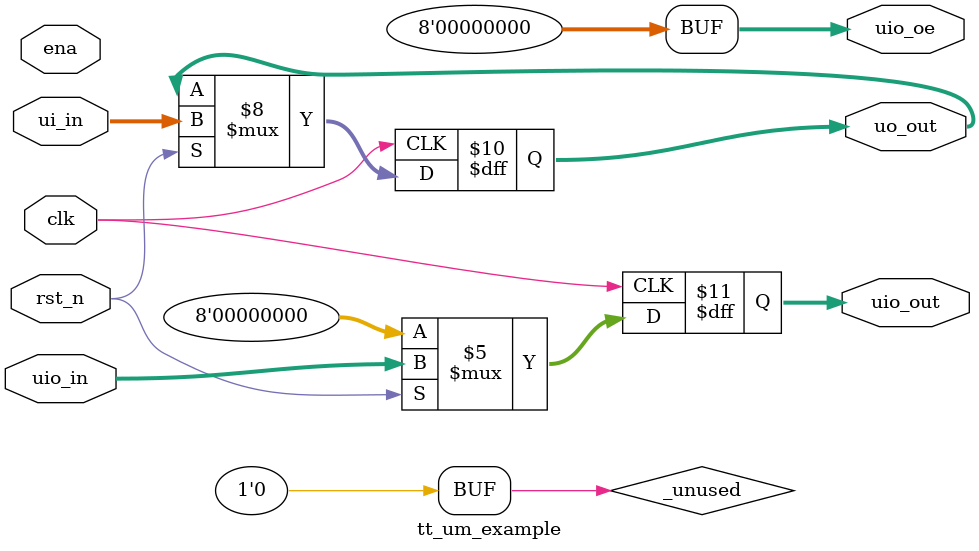
<source format=v>
/*
 * Copyright (c) 2024 Your Name
 * SPDX-License-Identifier: Apache-2.0
 */

`default_nettype none

module tt_um_example (
    input  wire [7:0] ui_in,    // Dedicated inputs
    output wire [7:0] uo_out,   // Dedicated outputs
    input  wire [7:0] uio_in,   // IOs: Input path
    output wire [7:0] uio_out,  // IOs: Output path
    output wire [7:0] uio_oe,   // IOs: Enable path (active high: 0=input, 1=output)
    input  wire       ena,      // always 1 when the design is powered, so you can ignore it
    input  wire       clk,      // clock
    input  wire       rst_n     // reset_n - low to reset
);

  // All output pins must be assigned. If not used, assign to 0.
  assign uio_oe  = 0;

  // List all unused inputs to prevent warnings
  wire _unused = &{ena, 1'b0};

  always @ (posedge clk)
    if (!rst_n)
      uio_out <= 0;
    else 
      begin
        uo_out <= ui_in;
        uio_out <= uio_in;
      end
endmodule

</source>
